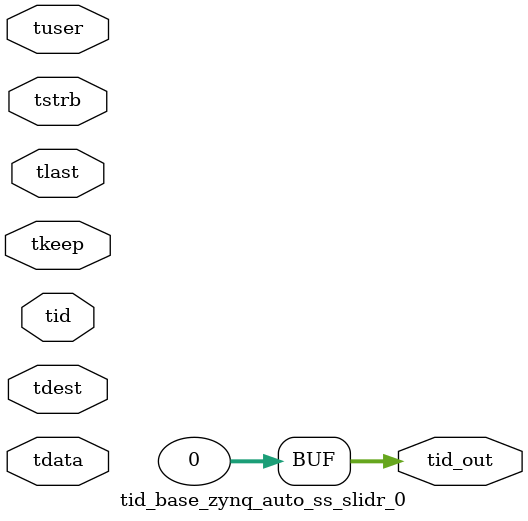
<source format=v>


`timescale 1ps/1ps

module tid_base_zynq_auto_ss_slidr_0 #
(
parameter C_S_AXIS_TID_WIDTH   = 1,
parameter C_S_AXIS_TUSER_WIDTH = 0,
parameter C_S_AXIS_TDATA_WIDTH = 0,
parameter C_S_AXIS_TDEST_WIDTH = 0,
parameter C_M_AXIS_TID_WIDTH   = 32
)
(
input  [(C_S_AXIS_TID_WIDTH   == 0 ? 1 : C_S_AXIS_TID_WIDTH)-1:0       ] tid,
input  [(C_S_AXIS_TDATA_WIDTH == 0 ? 1 : C_S_AXIS_TDATA_WIDTH)-1:0     ] tdata,
input  [(C_S_AXIS_TUSER_WIDTH == 0 ? 1 : C_S_AXIS_TUSER_WIDTH)-1:0     ] tuser,
input  [(C_S_AXIS_TDEST_WIDTH == 0 ? 1 : C_S_AXIS_TDEST_WIDTH)-1:0     ] tdest,
input  [(C_S_AXIS_TDATA_WIDTH/8)-1:0 ] tkeep,
input  [(C_S_AXIS_TDATA_WIDTH/8)-1:0 ] tstrb,
input                                                                    tlast,
output [(C_M_AXIS_TID_WIDTH   == 0 ? 1 : C_M_AXIS_TID_WIDTH)-1:0       ] tid_out
);

assign tid_out = {1'b0};

endmodule


</source>
